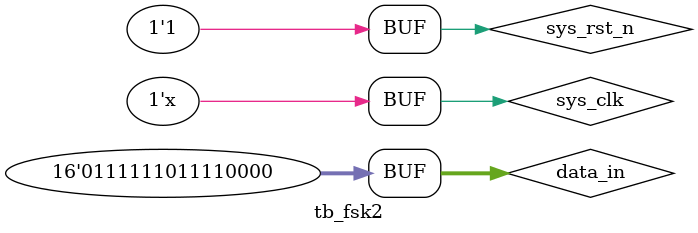
<source format=v>
`timescale 1ns/1ns

module tb_fsk2();

reg sys_clk;
reg sys_rst_n;
reg [15:0] data_in;

wire rx_out;

initial begin
    sys_clk = 1'b1;
    sys_rst_n <= 1'b0;
    data_in   <= 16'b0;
    #30
    sys_rst_n <= 1'b1;



    #200
    data_in<= 16'b1111_1110_1100_1000;
    #(50 * 16* 20)

    #400
    data_in<= 16'b0111_1110_1111_0000;

end

always #10 sys_clk = ~sys_clk;


fsk2 fsk2_inst(
    .sys_clk  ( sys_clk   )       ,
    .sys_rst_n( sys_rst_n )       ,
    .data_in  ( data_in   )       ,

    .rx_out   ( rx_out    )       
);

endmodule
</source>
